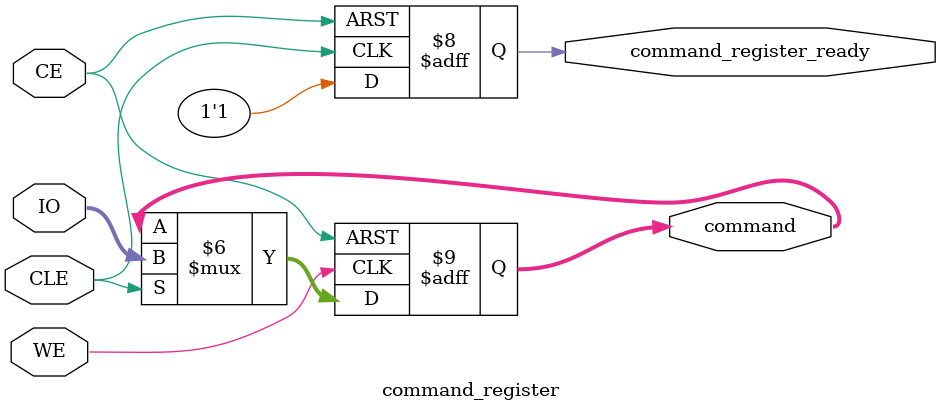
<source format=v>
module command_register(IO,CE,WE,CLE,command,command_register_ready);
 input[3:0] IO;
 input CE;
 //input RE;
 input WE;
 input CLE;
 output[3:0] command;
 output command_register_ready;
 reg command_register_ready;
 reg[3:0] command;
 always@(posedge WE or posedge CE)
  begin
   if(CE)
    command<=0;
   else if(!CLE)
    command<=command;
   else                                      //CLE=1 command写入
    command<=IO[3:0]; 
  end
 always@(negedge CLE or posedge CE )
  begin
   if(CE)
    command_register_ready<=1'b0;
   else if(!CLE)
    command_register_ready<=1'b1;
   else
    command_register_ready<=1'b0;
  end
endmodule
</source>
